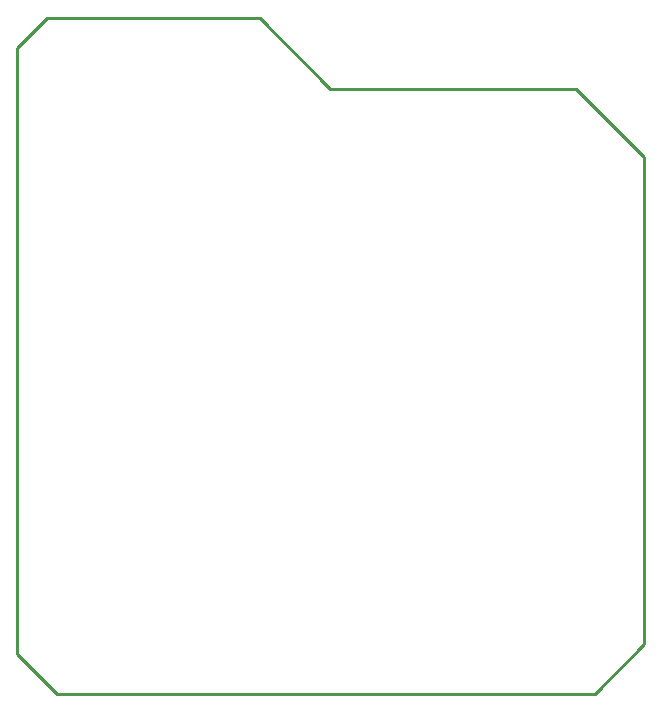
<source format=gko>
G04 Layer_Color=16711935*
%FSLAX24Y24*%
%MOIN*%
G70*
G01*
G75*
%ADD38C,0.0100*%
D38*
X25170Y7030D02*
X26810Y8670D01*
Y24900D01*
X7230Y7030D02*
X25170D01*
X5910Y8350D02*
X7230Y7030D01*
X5910Y8350D02*
Y28548D01*
X6894Y29532D01*
X16349Y27170D02*
X23240D01*
X24540D01*
X26810Y24900D01*
X13987Y29532D02*
X16349Y27170D01*
X6894Y29532D02*
X13987D01*
M02*

</source>
